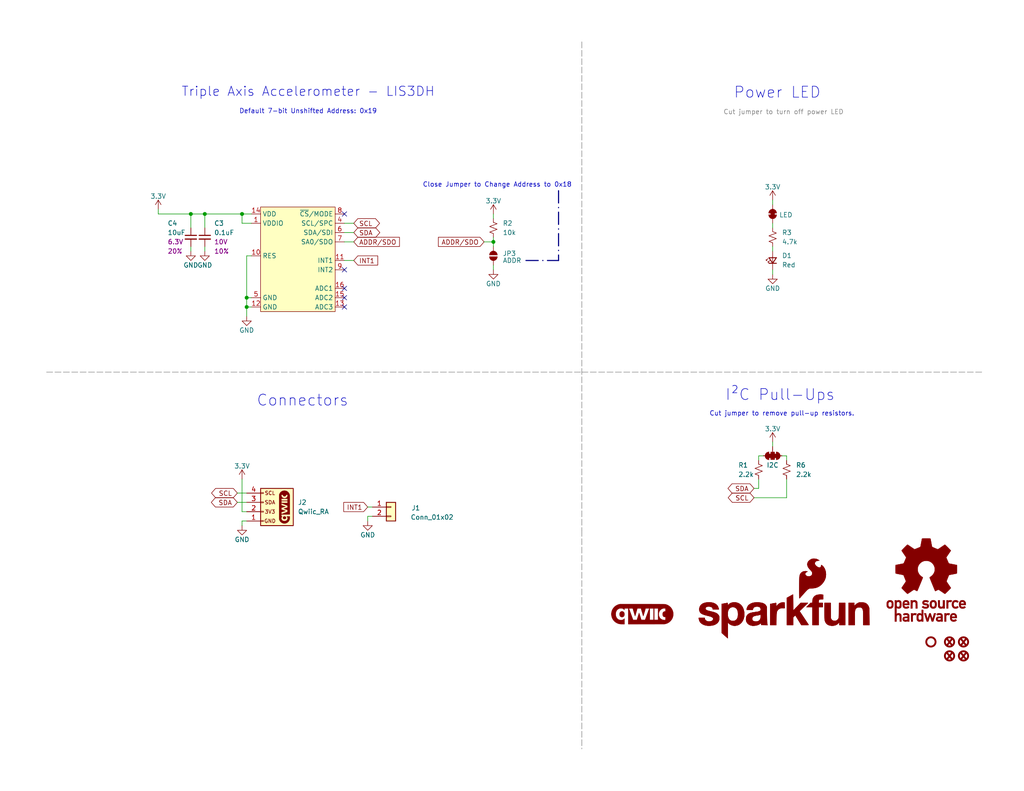
<source format=kicad_sch>
(kicad_sch (version 20250114) (generator "eeschema") (generator_version "9.0")
  (paper "USLetter")
  (title_block (title "SparkFun Ambient Light Sensor - VEML7700") (date "2025-04-24") (rev "v10") (company "SparkFun Electronics") (comment 1 "Original Design by: Paul Clark") (comment 2 "Designed by: Elias Santistevan"))
  (lib_symbols
    (symbol "SparkFun-Aesthetic:Fiducial_0.5mm"
      (symbol "Fiducial_0.5mm_1_1"
        (text "x" (at 0 0.254 0) (effects (font (size 2.5 2.5) (bold yes))))
      )
    )
    (symbol "SparkFun-Aesthetic:OSHW_Logo" (pin_names (offset 1.016)) (in_bom no))
    (symbol "SparkFun-Aesthetic:SparkFun_Logo" (pin_names (offset 1.016)) (on_board no))
    (symbol "SparkFun-Aesthetic:qwiic_Logo" (pin_names (offset 1.016)) (on_board no))
    (symbol "SparkFun-Capacitor:0.1uF_0402_10V_10%" (pin_numbers (hide yes)) (pin_names (offset 0.254))
      (property "Reference" "C" (at 0.635 2.54 0))
      (property "Value" "0.1uF" (at 0.635 -2.54 0))
      (property "Voltage" "10V" (at 0 -6.35 0))
      (property "Tolerance" "10%" (at 0 -8.89 0))
      (symbol "0.1uF_0402_10V_10%_1_1"
        (pin passive line (at 0 2.54 270) (length 2.032) (name "~") (number "1"))
        (pin passive line (at 0 -2.54 90) (length 2.032) (name "~") (number "2"))
      )
    )
    (symbol "SparkFun-Capacitor:10uF_0402_6.3V_20%" (pin_numbers (hide yes)) (pin_names (offset 0.254))
      (property "Reference" "C" (at 0.635 2.54 0))
      (property "Value" "10uF" (at 0.635 -2.54 0))
      (property "Voltage" "6.3V" (at 0 -6.35 0))
      (property "Tolerance" "20%" (at 0 -8.89 0))
      (symbol "10uF_0402_6.3V_20%_1_1"
        (pin passive line (at 0 2.54 270) (length 2.032) (name "~") (number "1"))
        (pin passive line (at 0 -2.54 90) (length 2.032) (name "~") (number "2"))
      )
    )
    (symbol "SparkFun-Connector:Conn_01x02" (pin_names (offset 1.016) (hide yes))
      (property "Reference" "J" (at 0 2.54 0))
      (property "Value" "Conn_01x02" (at 0 -5.08 0))
      (symbol "Conn_01x02_1_1"
        (pin passive line (at -5.08 0 0) (length 3.81) (name "Pin_1") (number "1"))
        (pin passive line (at -5.08 -2.54 0) (length 3.81) (name "Pin_2") (number "2"))
      )
    )
    (symbol "SparkFun-Connector:Qwiic_Right_Angle" (pin_names (offset 1.016) (hide yes))
      (property "Reference" "J" (at 0 5.08 0))
      (property "Value" "Qwiic_RA" (at 0 -7.62 0))
      (symbol "Qwiic_Right_Angle_1_1"
        (text "SCL" (at 1.27 2.54 0) (effects (font (size 1 1))))
        (text "SDA" (at 1.27 0 0) (effects (font (size 1 1))))
        (text "3V3" (at 1.27 -2.54 0) (effects (font (size 1 1))))
        (text "GND" (at 1.27 -5.08 0) (effects (font (size 1 1))))
        (pin passive line (at -5.08 2.54 0) (length 3.81) (name "Pin_4") (number "4"))
        (pin passive line (at -5.08 0 0) (length 3.81) (name "Pin_3") (number "3"))
        (pin passive line (at -5.08 -2.54 0) (length 3.81) (name "Pin_2") (number "2"))
        (pin passive line (at -5.08 -5.08 0) (length 3.81) (name "Pin_1") (number "1"))
        (pin no_connect line (at 5.08 3.81 270) (length 2.54) (hide yes) (name "NC") (number "NC1"))
        (pin no_connect line (at 6.35 3.81 270) (length 2.54) (hide yes) (name "NC") (number "NC2"))
      )
    )
    (symbol "SparkFun-Hardware:Standoff")
    (symbol "SparkFun-Jumper:SolderJumper_2_Bridged" (pin_numbers (hide yes)) (pin_names (offset 0) (hide yes))
      (property "Reference" "JP" (at 0 2.032 0))
      (property "Value" "~" (at 0 -2.54 0))
      (symbol "SolderJumper_2_Bridged_1_1"
        (pin passive line (at -2.54 0 0) (length 1.27) (name "A") (number "1"))
        (pin passive line (at 2.54 0 180) (length 1.27) (name "B") (number "2"))
      )
    )
    (symbol "SparkFun-Jumper:SolderJumper_2_Open" (pin_numbers (hide yes)) (pin_names (offset 0) (hide yes))
      (property "Reference" "JP" (at 0 2.032 0))
      (property "Value" "~" (at 0 -2.54 0))
      (symbol "SolderJumper_2_Open_1_1"
        (pin passive line (at -2.54 0 0) (length 1.27) (name "A") (number "1"))
        (pin passive line (at 2.54 0 180) (length 1.27) (name "B") (number "2"))
      )
    )
    (symbol "SparkFun-Jumper:SolderJumper_3_Bridged123" (pin_numbers (hide yes)) (pin_names (offset 0) (hide yes))
      (property "Reference" "JP" (at 0 2.54 0))
      (property "Value" "~" (at 3.81 1.27 0))
      (symbol "SolderJumper_3_Bridged123_1_1"
        (pin passive line (at -2.54 0 0) (length 1.27) (name "A") (number "1"))
        (pin passive line (at 0 -2.54 90) (length 1.27) (name "B") (number "2"))
        (pin passive line (at 2.54 0 180) (length 1.27) (name "C") (number "3"))
      )
    )
    (symbol "SparkFun-LED:LED_Red_0603" (pin_numbers (hide yes)) (pin_names (offset 1.016) (hide yes))
      (property "Reference" "D" (at 0 2.54 0))
      (property "Value" "Red" (at 0 -2.54 0))
      (symbol "LED_Red_0603_1_1"
        (pin passive line (at -2.54 0 0) (length 1.778) (name "K") (number "1"))
        (pin passive line (at 2.54 0 180) (length 1.778) (name "A") (number "2"))
      )
    )
    (symbol "SparkFun-PowerSymbol:3.3V" (power) (pin_names (offset 0))
      (property "Value" "3.3V" (at 0 3.81 0))
      (symbol "3.3V_1_1"
        (pin power_in line (at 0 0 90) (length 0) (hide yes) (name "3.3V") (number "1"))
      )
    )
    (symbol "SparkFun-PowerSymbol:GND" (power) (pin_names (offset 0))
      (property "Value" "GND" (at 0 -3.81 0))
      (symbol "GND_1_1"
        (pin power_in line (at 0 0 270) (length 0) (hide yes) (name "GND") (number "1"))
      )
    )
    (symbol "SparkFun-Resistor:10k_0402" (pin_numbers (hide yes)) (pin_names (offset 0))
      (property "Reference" "R" (at 0 -2.54 0))
      (property "Value" "10k" (at 0 2.54 0))
      (symbol "10k_0402_1_1"
        (pin passive line (at -2.54 0 0) (length 1.016) (name "~") (number "1"))
        (pin passive line (at 2.54 0 180) (length 1.016) (name "~") (number "2"))
      )
    )
    (symbol "SparkFun-Resistor:2.2k_0402" (pin_numbers (hide yes)) (pin_names (offset 0))
      (property "Reference" "R" (at 0 -2.54 0))
      (property "Value" "2.2k" (at 0 2.54 0))
      (symbol "2.2k_0402_1_1"
        (pin passive line (at -2.54 0 0) (length 1.016) (name "~") (number "1"))
        (pin passive line (at 2.54 0 180) (length 1.016) (name "~") (number "2"))
      )
    )
    (symbol "SparkFun-Resistor:4.7k_0402" (pin_numbers (hide yes)) (pin_names (offset 0))
      (property "Reference" "R" (at 0 -2.54 0))
      (property "Value" "4.7k" (at 0 2.54 0))
      (symbol "4.7k_0402_1_1"
        (pin passive line (at -2.54 0 0) (length 1.016) (name "~") (number "1"))
        (pin passive line (at 2.54 0 180) (length 1.016) (name "~") (number "2"))
      )
    )
    (symbol "SparkFun-Sensor:LIS3DH"
      (symbol "LIS3DH_1_0"
        (pin power_in line (at -12.7 11.43 0) (length 2.54) (name "VDD") (number "14"))
        (pin power_in line (at -12.7 8.89 0) (length 2.54) (name "VDDIO") (number "1"))
        (pin bidirectional line (at -12.7 0 0) (length 2.54) (name "RES") (number "10"))
        (pin power_out line (at -12.7 -11.43 0) (length 2.54) (name "GND") (number "5"))
        (pin power_out line (at -12.7 -13.97 0) (length 2.54) (name "GND") (number "12"))
        (pin bidirectional line (at 12.7 11.43 180) (length 2.54) (name "~{CS}/MODE") (number "8"))
        (pin bidirectional line (at 12.7 8.89 180) (length 2.54) (name "SCL/SPC") (number "4"))
        (pin bidirectional line (at 12.7 6.35 180) (length 2.54) (name "SDA/SDI") (number "6"))
        (pin bidirectional line (at 12.7 3.81 180) (length 2.54) (name "SA0/SDO") (number "7"))
        (pin bidirectional line (at 12.7 -1.27 180) (length 2.54) (name "INT1") (number "11"))
        (pin bidirectional line (at 12.7 -3.81 180) (length 2.54) (name "INT2") (number "9"))
        (pin bidirectional line (at 12.7 -8.89 180) (length 2.54) (name "ADC1") (number "16"))
        (pin bidirectional line (at 12.7 -11.43 180) (length 2.54) (name "ADC2") (number "15"))
        (pin bidirectional line (at 12.7 -13.97 180) (length 2.54) (name "ADC3") (number "13"))
      )
    )
  )
  (text "Triple Axis Accelerometer - LIS3DH" (at 84.074 25.146 0) (effects (font (size 2.54 2.54))))
  (text "Close Jumper to Change Address to 0x18\n" (at 115.316 50.546 0) (effects (font (size 1.27 1.27)) (justify left)))
  (text "Default 7-bit Unshifted Address: 0x19" (at 84.074 30.48 0) (effects (font (size 1.27 1.27))))
  (text "I²C Pull-Ups" (at 212.852 107.95 0) (effects (font (size 3 3))))
  (text "Cut jumper to turn off power LED" (at 197.358 31.496 0) (effects (font (size 1.27 1.27)) (justify left bottom)))
  (text "Cut jumper to remove pull-up resistors.\n" (at 213.36 113.03 0) (effects (font (size 1.27 1.27))))
  (text "Power LED" (at 212.09 25.4 0) (effects (font (size 3 3))))
  (text "Connectors" (at 82.55 109.474 0) (effects (font (size 3 3))))
  (junction (at 52.07 58.42))
  (junction (at 67.31 81.28))
  (junction (at 134.62 66.04))
  (junction (at 67.31 83.82))
  (junction (at 55.88 58.42))
  (junction (at 66.04 58.42))
  (no_connect (at 93.98 73.66))
  (no_connect (at 93.98 81.28))
  (no_connect (at 93.98 83.82))
  (no_connect (at 93.98 58.42))
  (no_connect (at 93.98 78.74))
  (wire (pts (xy 67.31 83.82) (xy 67.31 86.36)))
  (wire (pts (xy 55.88 58.42) (xy 66.04 58.42)))
  (wire (pts (xy 210.82 120.65) (xy 210.82 121.92)))
  (wire (pts (xy 214.63 124.46) (xy 213.36 124.46)))
  (wire (pts (xy 214.63 125.73) (xy 214.63 124.46)))
  (wire (pts (xy 93.98 66.04) (xy 96.52 66.04)))
  (wire (pts (xy 134.62 67.31) (xy 134.62 66.04)))
  (wire (pts (xy 68.58 81.28) (xy 67.31 81.28)))
  (bus (pts (xy 143.51 71.12) (xy 152.4 71.12)) (stroke (width 0) (type dash_dot)))
  (wire (pts (xy 43.18 58.42) (xy 52.07 58.42)))
  (wire (pts (xy 207.01 124.46) (xy 208.28 124.46)))
  (wire (pts (xy 66.04 58.42) (xy 68.58 58.42)))
  (wire (pts (xy 205.74 133.35) (xy 207.01 133.35)))
  (wire (pts (xy 210.82 67.31) (xy 210.82 68.58)))
  (wire (pts (xy 55.88 67.31) (xy 55.88 68.58)))
  (wire (pts (xy 67.31 142.24) (xy 66.04 142.24)))
  (wire (pts (xy 67.31 137.16) (xy 64.77 137.16)))
  (wire (pts (xy 67.31 83.82) (xy 68.58 83.82)))
  (wire (pts (xy 101.6 140.97) (xy 100.33 140.97)))
  (wire (pts (xy 68.58 69.85) (xy 67.31 69.85)))
  (wire (pts (xy 207.01 130.81) (xy 207.01 133.35)))
  (wire (pts (xy 134.62 66.04) (xy 134.62 64.77)))
  (wire (pts (xy 52.07 58.42) (xy 52.07 62.23)))
  (wire (pts (xy 100.33 138.43) (xy 101.6 138.43)))
  (bus (pts (xy 152.4 52.07) (xy 152.4 71.12)) (stroke (width 0) (type dash_dot)))
  (wire (pts (xy 134.62 58.42) (xy 134.62 59.69)))
  (wire (pts (xy 67.31 139.7) (xy 66.04 139.7)))
  (wire (pts (xy 210.82 73.66) (xy 210.82 74.93)))
  (wire (pts (xy 68.58 60.96) (xy 66.04 60.96)))
  (polyline (pts (xy 158.75 101.6) (xy 267.97 101.6)) (stroke (width 0) (type dash) (color 132 132 132 1)))
  (wire (pts (xy 52.07 67.31) (xy 52.07 68.58)))
  (wire (pts (xy 210.82 62.23) (xy 210.82 60.96)))
  (wire (pts (xy 43.18 57.15) (xy 43.18 58.42)))
  (wire (pts (xy 93.98 71.12) (xy 96.52 71.12)))
  (wire (pts (xy 55.88 58.42) (xy 55.88 62.23)))
  (wire (pts (xy 67.31 81.28) (xy 67.31 83.82)))
  (wire (pts (xy 52.07 58.42) (xy 55.88 58.42)))
  (polyline (pts (xy 158.75 11.43) (xy 158.75 144.78)) (stroke (width 0) (type dash) (color 132 132 132 1)))
  (wire (pts (xy 93.98 63.5) (xy 96.52 63.5)))
  (wire (pts (xy 66.04 60.96) (xy 66.04 58.42)))
  (wire (pts (xy 93.98 60.96) (xy 96.52 60.96)))
  (wire (pts (xy 205.74 135.89) (xy 214.63 135.89)))
  (wire (pts (xy 210.82 54.61) (xy 210.82 55.88)))
  (wire (pts (xy 66.04 130.81) (xy 66.04 139.7)))
  (polyline (pts (xy 158.75 144.78) (xy 158.75 204.47)) (stroke (width 0) (type dash) (color 132 132 132 1)))
  (wire (pts (xy 100.33 140.97) (xy 100.33 142.24)))
  (wire (pts (xy 67.31 134.62) (xy 64.77 134.62)))
  (wire (pts (xy 207.01 125.73) (xy 207.01 124.46)))
  (wire (pts (xy 132.08 66.04) (xy 134.62 66.04)))
  (wire (pts (xy 67.31 69.85) (xy 67.31 81.28)))
  (wire (pts (xy 134.62 73.66) (xy 134.62 72.39)))
  (polyline (pts (xy 12.7 101.6) (xy 158.75 101.6)) (stroke (width 0) (type dash) (color 132 132 132 1)))
  (wire (pts (xy 66.04 142.24) (xy 66.04 143.51)))
  (wire (pts (xy 214.63 130.81) (xy 214.63 135.89)))
  (global_label "INT1" (shape input) (at 100.33 138.43 180) (property "Intersheetrefs" "${INTERSHEET_REFS}" (effects (hide yes))))
  (global_label "SCL" (shape bidirectional) (at 96.52 60.96 0) (property "Intersheetrefs" "${INTERSHEET_REFS}" (effects (hide yes))))
  (global_label "SDA" (shape bidirectional) (at 96.52 63.5 0) (property "Intersheetrefs" "${INTERSHEET_REFS}" (effects (hide yes))))
  (global_label "SCL" (shape bidirectional) (at 64.77 134.62 180) (property "Intersheetrefs" "${INTERSHEET_REFS}" (effects (hide yes))))
  (global_label "SCL" (shape bidirectional) (at 205.74 135.89 180) (property "Intersheetrefs" "${INTERSHEET_REFS}" (effects (hide yes))))
  (global_label "INT1" (shape input) (at 96.52 71.12 0) (property "Intersheetrefs" "${INTERSHEET_REFS}" (effects (hide yes))))
  (global_label "SDA" (shape bidirectional) (at 64.77 137.16 180) (property "Intersheetrefs" "${INTERSHEET_REFS}" (effects (hide yes))))
  (global_label "SDA" (shape bidirectional) (at 205.74 133.35 180) (property "Intersheetrefs" "${INTERSHEET_REFS}" (effects (hide yes))))
  (global_label "ADDR{slash}SDO" (shape input) (at 132.08 66.04 180) (property "Intersheetrefs" "${INTERSHEET_REFS}" (effects (hide yes))))
  (global_label "ADDR{slash}SDO" (shape input) (at 96.52 66.04 0) (property "Intersheetrefs" "${INTERSHEET_REFS}" (effects (hide yes))))
  (symbol (lib_id "SparkFun-Resistor:10k_0402") (at 134.62 62.23 90) (unit 1)
    (property "Reference" "R2" (at 137.16 60.9599 90) (effects (justify right)))
    (property "Value" "10k" (at 137.16 63.4999 90) (effects (justify right)))
    (property "Footprint" "SparkFun-Resistor:R_0402_1005Metric" (effects (hide yes)))
    (property "Datasheet" "https://www.vishay.com/docs/20035/dcrcwe3.pdf" (effects (hide yes)))
    (property "Description" "Resistor" (effects (hide yes)))
    (property "PROD_ID" "RES-14241" (effects (hide yes)))
  )
  (symbol (lib_id "SparkFun-Aesthetic:SparkFun_Logo") (at 213.36 167.64 0) (unit 1) (on_board no)
    (property "Reference" "G2" (effects (hide yes)))
    (property "Value" "SparkFun_Logo" (effects (hide yes)))
    (property "Footprint" "SparkFun-Aesthetic:SparkFun_Logo_8mm" (effects (hide yes)))
  )
  (symbol (lib_id "SparkFun-Jumper:SolderJumper_2_Open") (at 134.62 69.85 90) (unit 1)
    (property "Reference" "JP3" (at 137.16 69.2149 90) (effects (justify right)))
    (property "Value" "ADDR" (at 137.16 71.12 90) (effects (justify right)))
    (property "Footprint" "SparkFun-Jumper:Jumper_2_NO" (effects (hide yes)))
    (property "Description" "Solder Jumper, 2-pole, open" (effects (hide yes)))
  )
  (symbol (lib_id "SparkFun-Connector:Qwiic_Right_Angle") (at 72.39 137.16 0) (unit 1)
    (property "Reference" "J2" (at 81.28 137.1599 0) (effects (justify left)))
    (property "Value" "Qwiic_RA" (at 81.28 139.6999 0) (effects (justify left)))
    (property "Footprint" "SparkFun-Connector:JST_SMD_1.0mm-4_Black" (effects (hide yes)))
    (property "Datasheet" "https://www.jst-mfg.com/product/pdf/eng/eSH.pdf" (effects (hide yes)))
    (property "Description" "4 pin JST 1mm polarized connector for I2C" (effects (hide yes)))
    (property "PROD_ID" "CONN-13694" (effects (hide yes)))
  )
  (symbol (lib_id "SparkFun-Aesthetic:Fiducial_0.5mm") (at 262.89 175.26 0) (unit 1)
    (property "Reference" "FID3" (effects (hide yes)))
    (property "Value" "Fiducial_0.5mm" (effects (hide yes)))
    (property "Footprint" "SparkFun-Aesthetic:Fiducial_0.5mm_Mask1mm" (effects (hide yes)))
    (property "Description" "Fiducial Marker" (effects (hide yes)))
  )
  (symbol (lib_id "SparkFun-Aesthetic:Fiducial_0.5mm") (at 262.89 179.07 0) (unit 1)
    (property "Reference" "FID4" (effects (hide yes)))
    (property "Value" "Fiducial_0.5mm" (effects (hide yes)))
    (property "Footprint" "SparkFun-Aesthetic:Fiducial_0.5mm_Mask1mm" (effects (hide yes)))
    (property "Description" "Fiducial Marker" (effects (hide yes)))
  )
  (symbol (lib_id "SparkFun-LED:LED_Red_0603") (at 210.82 71.12 90) (unit 1)
    (property "Reference" "D1" (at 213.36 69.7864 90) (effects (justify right)))
    (property "Value" "Red" (at 213.36 72.3264 90) (effects (justify right)))
    (property "Footprint" "SparkFun-LED:LED_0603_1608Metric_Red" (effects (hide yes)))
    (property "Datasheet" "https://docs.broadcom.com/docs/AV02-0551EN" (effects (hide yes)))
    (property "Description" "Light emitting diode" (effects (hide yes)))
    (property "PROD_ID" "DIO-17976" (effects (hide yes)))
  )
  (symbol (lib_id "SparkFun-Capacitor:0.1uF_0402_10V_10%") (at 55.88 64.77 0) (unit 1)
    (property "Reference" "C3" (at 58.42 60.9662 0) (effects (justify left)))
    (property "Value" "0.1uF" (at 58.42 63.5062 0) (effects (justify left)))
    (property "Footprint" "SparkFun-Capacitor:C_0402_1005Metric" (effects (hide yes)))
    (property "Datasheet" "https://cdn.sparkfun.com/assets/8/a/4/a/5/Kemet_Capacitor_Datasheet.pdf" (effects (hide yes)))
    (property "Description" "Unpolarized capacitor" (effects (hide yes)))
    (property "PROD_ID" "CAP-15083" (effects (hide yes)))
    (property "Voltage" "10V" (at 58.42 66.0462 0) (effects (justify left)))
    (property "Tolerance" "10%" (at 58.42 68.5862 0) (effects (justify left)))
  )
  (symbol (lib_id "SparkFun-Jumper:SolderJumper_3_Bridged123") (at 210.82 124.46 180) (unit 1)
    (property "Reference" "JP2" (effects (hide yes)))
    (property "Value" "I2C" (at 210.82 127 0))
    (property "Footprint" "SparkFun-Jumper:Jumper_3_NC-2_Trace" (effects (hide yes)))
    (property "Description" "Solder Jumper, 3-pole, pins 1+2+3 closed/bridged" (effects (hide yes)))
  )
  (symbol (lib_id "SparkFun-Resistor:4.7k_0402") (at 210.82 64.77 270) (unit 1)
    (property "Reference" "R3" (at 213.36 63.4999 90) (effects (justify left)))
    (property "Value" "4.7k" (at 213.36 66.0399 90) (effects (justify left)))
    (property "Footprint" "SparkFun-Resistor:R_0402_1005Metric" (effects (hide yes)))
    (property "Datasheet" "https://www.vishay.com/docs/20035/dcrcwe3.pdf" (effects (hide yes)))
    (property "Description" "Resistor" (effects (hide yes)))
    (property "PROD_ID" "RES-15343" (effects (hide yes)))
  )
  (symbol (lib_id "SparkFun-Aesthetic:OSHW_Logo") (at 252.73 162.56 0) (unit 1) (in_bom no)
    (property "Reference" "G4" (effects (hide yes)))
    (property "Value" "OSHW_Logo" (effects (hide yes)))
    (property "Footprint" "SparkFun-Aesthetic:Creative_Commons_License" (effects (hide yes)))
  )
  (symbol (lib_id "SparkFun-Resistor:2.2k_0402") (at 214.63 128.27 90) (unit 1)
    (property "Reference" "R6" (at 217.17 126.9999 90) (effects (justify right)))
    (property "Value" "2.2k" (at 217.17 129.5399 90) (effects (justify right)))
    (property "Footprint" "SparkFun-Resistor:R_0402_1005Metric" (effects (hide yes)))
    (property "Datasheet" "https://www.vishay.com/docs/20035/dcrcwe3.pdf" (effects (hide yes)))
    (property "Description" "Resistor" (effects (hide yes)))
    (property "PROD_ID" "RES-14341" (effects (hide yes)))
  )
  (symbol (lib_id "SparkFun-Capacitor:10uF_0402_6.3V_20%") (at 52.07 64.77 0) (unit 1)
    (property "Reference" "C4" (at 45.72 60.96 0) (effects (justify left)))
    (property "Value" "10uF" (at 45.72 63.5 0) (effects (justify left)))
    (property "Footprint" "SparkFun-Capacitor:C_0402_1005Metric" (effects (hide yes)))
    (property "Datasheet" "https://cdn.sparkfun.com/assets/8/a/4/a/5/Kemet_Capacitor_Datasheet.pdf" (effects (hide yes)))
    (property "Description" "Unpolarized capacitor" (effects (hide yes)))
    (property "PROD_ID" "CAP-14848" (effects (hide yes)))
    (property "Voltage" "6.3V" (at 45.72 66.04 0) (effects (justify left)))
    (property "Tolerance" "20%" (at 45.72 68.58 0) (effects (justify left)))
  )
  (symbol (lib_id "SparkFun-PowerSymbol:GND") (at 100.33 142.24 0) (unit 1)
    (property "Reference" "#PWR0123" (effects (hide yes)))
    (property "Value" "GND" (at 100.33 146.05 0))
    (property "Description" "Power symbol creates a global label with name \"GND\" , ground" (effects (hide yes)))
  )
  (symbol (lib_id "SparkFun-PowerSymbol:3.3V") (at 43.18 57.15 0) (unit 1)
    (property "Reference" "#PWR0109" (effects (hide yes)))
    (property "Value" "3.3V" (at 43.18 53.594 0))
    (property "Description" "Power symbol creates a global label with name \"3.3V\"" (effects (hide yes)))
  )
  (symbol (lib_id "SparkFun-PowerSymbol:3.3V") (at 134.62 58.42 0) (unit 1)
    (property "Reference" "#PWR0114" (effects (hide yes)))
    (property "Value" "3.3V" (at 134.62 54.864 0))
    (property "Description" "Power symbol creates a global label with name \"3.3V\"" (effects (hide yes)))
  )
  (symbol (lib_id "SparkFun-Hardware:Standoff") (at 254 175.26 0) (unit 1)
    (property "Reference" "ST1" (effects (hide yes)))
    (property "Value" "Standoff" (effects (hide yes)))
    (property "Footprint" "SparkFun-Hardware:Standoff" (effects (hide yes)))
    (property "Description" "Drill holes for mechanically mounting via screws, standoffs, etc." (effects (hide yes)))
  )
  (symbol (lib_id "SparkFun-PowerSymbol:3.3V") (at 210.82 54.61 0) (unit 1)
    (property "Reference" "#PWR010" (effects (hide yes)))
    (property "Value" "3.3V" (at 210.82 51.054 0))
    (property "Description" "Power symbol creates a global label with name \"3.3V\"" (effects (hide yes)))
  )
  (symbol (lib_id "SparkFun-PowerSymbol:GND") (at 52.07 68.58 0) (unit 1)
    (property "Reference" "#PWR0112" (effects (hide yes)))
    (property "Value" "GND" (at 52.07 72.39 0))
    (property "Description" "Power symbol creates a global label with name \"GND\" , ground" (effects (hide yes)))
  )
  (symbol (lib_id "SparkFun-PowerSymbol:GND") (at 66.04 143.51 0) (unit 1)
    (property "Reference" "#PWR0124" (effects (hide yes)))
    (property "Value" "GND" (at 66.04 147.32 0))
    (property "Description" "Power symbol creates a global label with name \"GND\" , ground" (effects (hide yes)))
  )
  (symbol (lib_id "SparkFun-PowerSymbol:GND") (at 67.31 86.36 0) (unit 1)
    (property "Reference" "#PWR0110" (effects (hide yes)))
    (property "Value" "GND" (at 67.31 90.17 0))
    (property "Description" "Power symbol creates a global label with name \"GND\" , ground" (effects (hide yes)))
  )
  (symbol (lib_id "SparkFun-Aesthetic:SparkFun_Logo") (at 213.36 167.64 0) (unit 1) (on_board no)
    (property "Reference" "G3" (effects (hide yes)))
    (property "Value" "SparkFun_Logo" (effects (hide yes)))
  )
  (symbol (lib_id "SparkFun-Aesthetic:Fiducial_0.5mm") (at 259.08 175.26 0) (unit 1)
    (property "Reference" "FID1" (effects (hide yes)))
    (property "Value" "Fiducial_0.5mm" (effects (hide yes)))
    (property "Footprint" "SparkFun-Aesthetic:Fiducial_0.5mm_Mask1mm" (effects (hide yes)))
    (property "Description" "Fiducial Marker" (effects (hide yes)))
  )
  (symbol (lib_id "SparkFun-Jumper:SolderJumper_2_Bridged") (at 210.82 58.42 90) (unit 1)
    (property "Reference" "JP1" (effects (hide yes)))
    (property "Value" "LED" (at 212.598 58.674 90) (effects (justify right)))
    (property "Footprint" "SparkFun-Jumper:Jumper_2_NC_Trace" (effects (hide yes)))
    (property "Description" "Solder Jumper, 2-pole, closed/bridged" (effects (hide yes)))
  )
  (symbol (lib_id "SparkFun-Aesthetic:qwiic_Logo") (at 175.26 167.64 0) (unit 1) (on_board no)
    (property "Reference" "G1" (effects (hide yes)))
    (property "Value" "qwiic_Logo" (effects (hide yes)))
  )
  (symbol (lib_id "SparkFun-Sensor:LIS3DH") (at 81.28 69.85 0) (unit 1)
    (property "Reference" "U1" (effects (hide yes)))
    (property "Value" "LIS3DH" (effects (hide yes)))
    (property "Footprint" "SparkFun-Sensor:LGA-16-3X3" (effects (hide yes)))
    (property "Datasheet" "https://www.st.com/en/mems-and-sensors/lis3dh.html" (effects (hide yes)))
    (property "Description" "The LIS3DH has dynamically user-selectable full scales of ±2g/±4g/±8g/±16g and is capable of measuring accelerations with output data rates from 1 Hz to 5.3 kHz." (effects (hide yes)))
    (property "PROD_ID" "IC-13419" (effects (hide yes)))
  )
  (symbol (lib_id "SparkFun-PowerSymbol:GND") (at 55.88 68.58 0) (unit 1)
    (property "Reference" "#PWR0111" (effects (hide yes)))
    (property "Value" "GND" (at 55.88 72.39 0))
    (property "Description" "Power symbol creates a global label with name \"GND\" , ground" (effects (hide yes)))
  )
  (symbol (lib_id "SparkFun-PowerSymbol:GND") (at 134.62 73.66 0) (unit 1)
    (property "Reference" "#PWR0115" (effects (hide yes)))
    (property "Value" "GND" (at 134.62 77.47 0))
    (property "Description" "Power symbol creates a global label with name \"GND\" , ground" (effects (hide yes)))
  )
  (symbol (lib_id "SparkFun-PowerSymbol:3.3V") (at 210.82 120.65 0) (unit 1)
    (property "Reference" "#PWR0104" (effects (hide yes)))
    (property "Value" "3.3V" (at 210.82 117.094 0))
    (property "Description" "Power symbol creates a global label with name \"3.3V\"" (effects (hide yes)))
  )
  (symbol (lib_id "SparkFun-Connector:Conn_01x02") (at 106.68 138.43 0) (unit 1)
    (property "Reference" "J1" (at 112.268 138.684 0) (effects (justify left)))
    (property "Value" "Conn_01x02" (at 112.014 141.224 0) (effects (justify left)))
    (property "Footprint" "SparkFun-Connector:1x02" (effects (hide yes)))
    (property "Description" "Basic 0.1\" PTH" (effects (hide yes)))
  )
  (symbol (lib_id "SparkFun-PowerSymbol:GND") (at 210.82 74.93 0) (unit 1)
    (property "Reference" "#PWR0122" (effects (hide yes)))
    (property "Value" "GND" (at 210.82 78.74 0))
    (property "Description" "Power symbol creates a global label with name \"GND\" , ground" (effects (hide yes)))
  )
  (symbol (lib_id "SparkFun-Aesthetic:Fiducial_0.5mm") (at 259.08 179.07 0) (unit 1)
    (property "Reference" "FID2" (effects (hide yes)))
    (property "Value" "Fiducial_0.5mm" (effects (hide yes)))
    (property "Footprint" "SparkFun-Aesthetic:Fiducial_0.5mm_Mask1mm" (effects (hide yes)))
    (property "Description" "Fiducial Marker" (effects (hide yes)))
  )
  (symbol (lib_id "SparkFun-PowerSymbol:3.3V") (at 66.04 130.81 0) (unit 1)
    (property "Reference" "#PWR0113" (effects (hide yes)))
    (property "Value" "3.3V" (at 66.04 127.254 0))
    (property "Description" "Power symbol creates a global label with name \"3.3V\"" (effects (hide yes)))
  )
  (symbol (lib_id "SparkFun-Resistor:2.2k_0402") (at 207.01 128.27 90) (unit 1)
    (property "Reference" "R1" (at 201.422 127 90) (effects (justify right)))
    (property "Value" "2.2k" (at 201.422 129.54 90) (effects (justify right)))
    (property "Footprint" "SparkFun-Resistor:R_0402_1005Metric" (effects (hide yes)))
    (property "Datasheet" "https://www.vishay.com/docs/20035/dcrcwe3.pdf" (effects (hide yes)))
    (property "Description" "Resistor" (effects (hide yes)))
    (property "PROD_ID" "RES-14341" (effects (hide yes)))
  )
)
</source>
